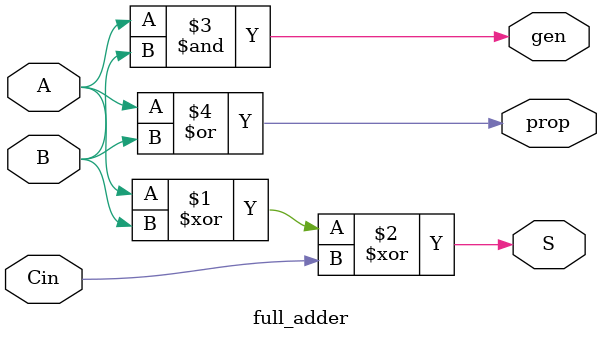
<source format=v>
module add_op(A, B, ctrl, prop, gen, sum);
	input [31:0] A, B;
	input ctrl;
	
	output [31:0] prop, gen, sum;

	// TODO here -> Let me go make some intermediary things uwu
	// Okay we back after making our block/full adder
	wire [3:0] block_carry, block_gen, block_prop;
	assign block_carry[0] = ctrl;

	genvar i;
	generate
		for (i = 0; i < 4; i = i + 1)
		begin
			add_block_8 add1(.A(A[i*8+7:i*8]), .B(B[i*8+7:i*8]), .ctrl(block_carry[i]), .sum(sum[i*8+7:i*8]), .prop(block_prop[i]), .gen(block_gen[i]), .prop0(prop[i*8+7:i*8]), .gen0(gen[i*8+7:i*8]));
		end
	endgenerate

	// It's Britney b***h
	// all eyes on us
	wire w1;
	and and1(w1, block_prop[0], block_carry[0]);
	or or1(block_carry[1], w1, block_gen[0]);

	// scream and shout
	wire w2, w3;
	and and2(w2, block_prop[1], block_prop[0], block_carry[0]);
	and and3(w3, block_prop[1], block_gen[0]);
	or or2(block_carry[2], block_gen[1], w2, w3);

	// turn the sh*t up
	wire w4, w5, w6;
	and and4(w4, block_prop[2], block_prop[1], block_prop[0], block_carry[0]);
	and and5(w5, block_prop[2], block_prop[1], block_gen[0]);
	and and6(w6, block_prop[2], block_gen[1]);
	or or3(block_carry[3], block_gen[2], w4, w5, w6);

endmodule 

module add_block_8(A, B, ctrl, prop0, gen0, prop, gen, sum);
	input [7:0] A, B;
	input ctrl;
	output [7:0] prop0, gen0, sum;
	output prop, gen;

	wire [7:0] carry;

	assign carry[0] = ctrl;

	// genvar time uwu
	genvar i;
	generate
		for (i = 0; i < 8; i = i + 1)
		begin
			full_adder add1(.A(A[i]), .B(B[i]), .Cin(carry[i]), .prop(prop0[i]), .gen(gen0[i]), .S(sum[i]));
		end
	endgenerate

	// time to do the rest of the carry's
	// I am cool -> Hyuna is a queen period ><

	// carry 1 ;)
	wire w1;
	and and1(w1, prop0[0], carry[0]);
	or or1(carry[1], w1, gen0[0]);

	// carry 2 ;))
	wire w2, w3;
	and and2(w2, prop0[0], prop0[1], carry[0]);
	and and3(w3, prop0[1], gen0[0]);
	or or2(carry[2], gen0[1], w2, w3);

	// carry 3 ;)))
	wire w4, w5, w6;
	and and4(w4, carry[0], prop0[0], prop0[1], prop0[2]);
	and and5(w5, prop0[2], prop0[1], gen0[0]);
	and and6(w6, prop0[2], gen0[1]);
	or or3(carry[3], w4, w5, w6, gen0[2]);

	// carry 4 ;))))
	wire w7, w8, w9, w10;
	and and7(w7, prop0[3], prop0[2], prop0[1], prop0[0], carry[0]);
	and and8(w8, prop0[3], prop0[2], prop0[1], gen0[0]);
	and and9(w9, prop0[3], prop0[2], gen0[1]);
	and and10(w10, prop0[3], gen0[2]);
	or or4(carry[4], gen0[3], w7, w8, w9, w10);

	// carry 5 ;)))))
	wire w11, w12, w13, w14, w15;
	and and11(w11, prop0[4], prop0[3], prop0[2], prop0[1], prop0[0], carry[0]);
	and and12(w12, prop0[4], prop0[3], prop0[2], prop0[1], gen0[0]);
	and and13(w13, prop0[4], prop0[3], prop0[2], gen0[1]);
	and and14(w14, prop0[4], prop0[3], gen0[2]);
	and and15(w15, prop0[4], gen0[3]);
	or or5(carry[5], w11, w12, w13, w14, w15, gen0[4]);

	// carry 6 ;))))))
	wire w16, w17, w18, w19, w20, w21;
	and and16(w16, prop0[5], prop0[4], prop0[3], prop0[2], prop0[1], prop0[0], carry[0]);
	and and17(w17, prop0[5], prop0[4], prop0[3], prop0[2], prop0[1], gen0[0]);
	and and18(w18, prop0[5], prop0[4], prop0[3], prop0[2], gen0[1]);
	and and19(w19, prop0[5], prop0[4], prop0[3], gen0[2]);
	and and20(w20, prop0[5], prop0[4], gen0[3]);
	and and21(w21, prop0[5], gen0[4]);
	or or6(carry[6], w16, w17, w18, w19, w20, w21, gen0[5]);

	// carry 7 ;)))))))
	wire w22, w23, w24, w25, w26, w27, w28;
	and and22(w22, prop0[6], prop0[5], prop0[4], prop0[3], prop0[2], prop0[1], prop0[0], carry[0]);
	and and23(w23, prop0[6], prop0[5], prop0[4], prop0[3], prop0[2], prop0[1], gen0[0]);
	and and24(w24, prop0[6], prop0[5], prop0[4], prop0[3], prop0[2], gen0[1]);
	and and25(w25, prop0[6], prop0[5], prop0[4], prop0[3], gen0[2]);
	and and26(w26, prop0[6], prop0[5], prop0[4], gen0[3]);
	and and27(w27, prop0[6], prop0[5], gen0[4]);
	and and28(w28, prop0[6], gen0[5]);
	or or7(carry[7], w22, w23, w24, w25, w26, w27, w28, gen0[6]);

	// carry complete ><
	// Block time -> Still in love with J-U-D-A-S
	and and29(prop, prop0[7], prop0[6], prop0[5], prop0[4], prop0[3], prop0[2], prop0[1], prop0[0]);

	wire w29, w30, w31, w32, w33, w34, w35;
	and and30(w29, prop0[7], prop0[6], prop0[5], prop0[4], prop0[3], prop0[2], prop0[1], gen0[0]);
	and and31(w30, prop0[7], prop0[6], prop0[5], prop0[4], prop0[3], prop0[2], gen0[1]);
	and and32(w31, prop0[7], prop0[6], prop0[5], prop0[4], prop0[3], gen0[2]);
	and and33(w32, prop0[7], prop0[6], prop0[5], prop0[4], gen0[3]);
	and and34(w33, prop0[7], prop0[6], prop0[5], gen0[4]);
	and and35(w34, prop0[7], prop0[6], gen0[5]);
	and and36(w35, prop0[7], gen0[6]);
	or or8(gen, gen0[7], w29, w30, w31, w32, w33, w34, w35);
endmodule

// Full adder that we need [From one of the labs :)]
module full_adder(S, prop, gen, A, B, Cin);
	input A, B, Cin;
	output S, prop, gen;

	xor Sresults(S, A, B, Cin); 

	and A_and_B(gen, A, B);
	or A_or_B(prop, A, B);
endmodule
</source>
